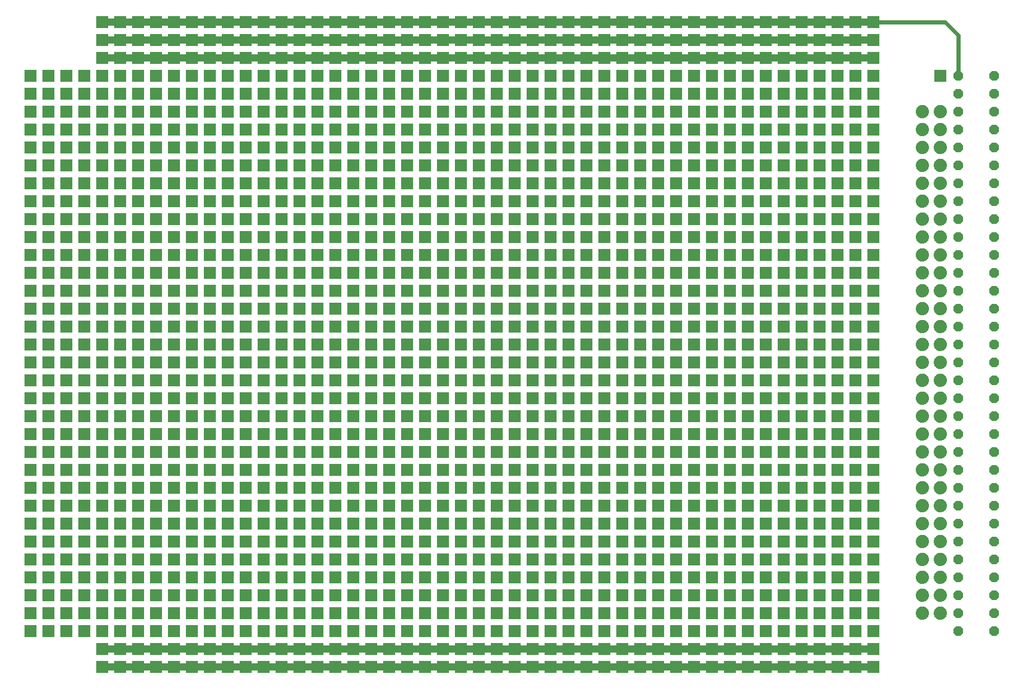
<source format=gbl>
G75*
G70*
%OFA0B0*%
%FSLAX24Y24*%
%IPPOS*%
%LPD*%
%AMOC8*
5,1,8,0,0,1.08239X$1,22.5*
%
%ADD10OC8,0.0560*%
%ADD11C,0.0740*%
%ADD12R,0.0650X0.0650*%
%ADD13C,0.0400*%
%ADD14C,0.0240*%
D10*
X053930Y004290D03*
X053930Y004290D03*
X053930Y005290D03*
X053930Y005290D03*
X053930Y006290D03*
X053930Y006290D03*
X053930Y007290D03*
X053930Y007290D03*
X053930Y008290D03*
X053930Y008290D03*
X053930Y009290D03*
X053930Y009290D03*
X053930Y010290D03*
X053930Y010290D03*
X053930Y011290D03*
X053930Y011290D03*
X053930Y012290D03*
X053930Y012290D03*
X053930Y013290D03*
X053930Y013290D03*
X053930Y014290D03*
X053930Y014290D03*
X053930Y015290D03*
X053930Y015290D03*
X053930Y016290D03*
X053930Y016290D03*
X053930Y017290D03*
X053930Y017290D03*
X053930Y018290D03*
X053930Y018290D03*
X053930Y019290D03*
X053930Y019290D03*
X053930Y020290D03*
X053930Y020290D03*
X053930Y021290D03*
X053930Y021290D03*
X053930Y022290D03*
X053930Y022290D03*
X053930Y023290D03*
X053930Y023290D03*
X053930Y024290D03*
X053930Y024290D03*
X053930Y025290D03*
X053930Y025290D03*
X053930Y026290D03*
X053930Y026290D03*
X053930Y027290D03*
X053930Y027290D03*
X053930Y028290D03*
X053930Y028290D03*
X053930Y029290D03*
X053930Y029290D03*
X053930Y030290D03*
X053930Y030290D03*
X053930Y031290D03*
X053930Y031290D03*
X053930Y032290D03*
X053930Y032290D03*
X053930Y033290D03*
X053930Y033290D03*
X053930Y034290D03*
X053930Y034290D03*
X053930Y035290D03*
X053930Y035290D03*
X055930Y035290D03*
X055930Y035290D03*
X055930Y034290D03*
X055930Y034290D03*
X055930Y033290D03*
X055930Y033290D03*
X055930Y032290D03*
X055930Y032290D03*
X055930Y031290D03*
X055930Y031290D03*
X055930Y030290D03*
X055930Y030290D03*
X055930Y029290D03*
X055930Y029290D03*
X055930Y028290D03*
X055930Y028290D03*
X055930Y027290D03*
X055930Y027290D03*
X055930Y026290D03*
X055930Y026290D03*
X055930Y025290D03*
X055930Y025290D03*
X055930Y024290D03*
X055930Y024290D03*
X055930Y023290D03*
X055930Y023290D03*
X055930Y022290D03*
X055930Y022290D03*
X055930Y021290D03*
X055930Y021290D03*
X055930Y020290D03*
X055930Y020290D03*
X055930Y019290D03*
X055930Y019290D03*
X055930Y018290D03*
X055930Y018290D03*
X055930Y017290D03*
X055930Y017290D03*
X055930Y016290D03*
X055930Y016290D03*
X055930Y015290D03*
X055930Y015290D03*
X055930Y014290D03*
X055930Y014290D03*
X055930Y013290D03*
X055930Y013290D03*
X055930Y012290D03*
X055930Y012290D03*
X055930Y011290D03*
X055930Y011290D03*
X055930Y010290D03*
X055930Y010290D03*
X055930Y009290D03*
X055930Y009290D03*
X055930Y008290D03*
X055930Y008290D03*
X055930Y007290D03*
X055930Y007290D03*
X055930Y006290D03*
X055930Y006290D03*
X055930Y005290D03*
X055930Y005290D03*
X055930Y004290D03*
X055930Y004290D03*
D11*
X052930Y005290D03*
X051930Y005290D03*
X051930Y006290D03*
X052930Y006290D03*
X052930Y007290D03*
X051930Y007290D03*
X051930Y008290D03*
X052930Y008290D03*
X052930Y009290D03*
X051930Y009290D03*
X051930Y010290D03*
X052930Y010290D03*
X052930Y011290D03*
X051930Y011290D03*
X051930Y012290D03*
X052930Y012290D03*
X052930Y013290D03*
X051930Y013290D03*
X051930Y014290D03*
X052930Y014290D03*
X052930Y015290D03*
X051930Y015290D03*
X051930Y016290D03*
X052930Y016290D03*
X052930Y017290D03*
X051930Y017290D03*
X051930Y018290D03*
X052930Y018290D03*
X052930Y019290D03*
X051930Y019290D03*
X051930Y020290D03*
X052930Y020290D03*
X052930Y021290D03*
X051930Y021290D03*
X051930Y022290D03*
X052930Y022290D03*
X052930Y023290D03*
X051930Y023290D03*
X051930Y024290D03*
X052930Y024290D03*
X052930Y025290D03*
X051930Y025290D03*
X051930Y026290D03*
X052930Y026290D03*
X052930Y027290D03*
X051930Y027290D03*
X051930Y028290D03*
X052930Y028290D03*
X052930Y029290D03*
X051930Y029290D03*
X051930Y030290D03*
X052930Y030290D03*
X052930Y031290D03*
X051930Y031290D03*
X051930Y032290D03*
X052930Y032290D03*
X052930Y033290D03*
X051930Y033290D03*
D12*
X002180Y004290D03*
X003180Y004290D03*
X004180Y004290D03*
X005180Y004290D03*
X006180Y004290D03*
X007180Y004290D03*
X007180Y003290D03*
X006180Y003290D03*
X006180Y003290D03*
X006180Y002290D03*
X006180Y002290D03*
X007180Y002290D03*
X008180Y002290D03*
X009180Y002290D03*
X010180Y002290D03*
X011180Y002290D03*
X012180Y002290D03*
X013180Y002290D03*
X014180Y002290D03*
X015180Y002290D03*
X016180Y002290D03*
X017180Y002290D03*
X018180Y002290D03*
X019180Y002290D03*
X020180Y002290D03*
X021180Y002290D03*
X022180Y002290D03*
X023180Y002290D03*
X024180Y002290D03*
X025180Y002290D03*
X026180Y002290D03*
X027180Y002290D03*
X028180Y002290D03*
X029180Y002290D03*
X030180Y002290D03*
X031180Y002290D03*
X032180Y002290D03*
X033180Y002290D03*
X034180Y002290D03*
X035180Y002290D03*
X036180Y002290D03*
X037180Y002290D03*
X038180Y002290D03*
X039180Y002290D03*
X040180Y002290D03*
X041180Y002290D03*
X042180Y002290D03*
X043180Y002290D03*
X044180Y002290D03*
X045180Y002290D03*
X046180Y002290D03*
X047180Y002290D03*
X048180Y002290D03*
X049180Y002290D03*
X049180Y002290D03*
X049180Y003290D03*
X049180Y003290D03*
X049180Y004290D03*
X049180Y004290D03*
X048180Y004290D03*
X047180Y004290D03*
X047180Y003290D03*
X048180Y003290D03*
X046180Y003290D03*
X046180Y004290D03*
X045180Y004290D03*
X044180Y004290D03*
X044180Y003290D03*
X045180Y003290D03*
X043180Y003290D03*
X042180Y003290D03*
X042180Y004290D03*
X043180Y004290D03*
X043180Y005290D03*
X042180Y005290D03*
X042180Y006290D03*
X043180Y006290D03*
X044180Y006290D03*
X045180Y006290D03*
X045180Y005290D03*
X044180Y005290D03*
X046180Y005290D03*
X046180Y006290D03*
X047180Y006290D03*
X048180Y006290D03*
X048180Y005290D03*
X047180Y005290D03*
X049180Y005290D03*
X049180Y005290D03*
X049180Y006290D03*
X049180Y006290D03*
X049180Y007290D03*
X049180Y007290D03*
X049180Y008290D03*
X049180Y008290D03*
X048180Y008290D03*
X047180Y008290D03*
X047180Y007290D03*
X048180Y007290D03*
X046180Y007290D03*
X046180Y008290D03*
X045180Y008290D03*
X044180Y008290D03*
X044180Y007290D03*
X045180Y007290D03*
X043180Y007290D03*
X042180Y007290D03*
X042180Y008290D03*
X043180Y008290D03*
X043180Y009290D03*
X042180Y009290D03*
X042180Y010290D03*
X043180Y010290D03*
X044180Y010290D03*
X045180Y010290D03*
X045180Y009290D03*
X044180Y009290D03*
X046180Y009290D03*
X046180Y010290D03*
X047180Y010290D03*
X048180Y010290D03*
X048180Y009290D03*
X047180Y009290D03*
X049180Y009290D03*
X049180Y009290D03*
X049180Y010290D03*
X049180Y010290D03*
X049180Y011290D03*
X049180Y011290D03*
X048180Y011290D03*
X047180Y011290D03*
X046180Y011290D03*
X045180Y011290D03*
X044180Y011290D03*
X043180Y011290D03*
X042180Y011290D03*
X041180Y011290D03*
X040180Y011290D03*
X039180Y011290D03*
X038180Y011290D03*
X037180Y011290D03*
X036180Y011290D03*
X035180Y011290D03*
X034180Y011290D03*
X033180Y011290D03*
X032180Y011290D03*
X031180Y011290D03*
X030180Y011290D03*
X029180Y011290D03*
X028180Y011290D03*
X027180Y011290D03*
X026180Y011290D03*
X025180Y011290D03*
X024180Y011290D03*
X023180Y011290D03*
X022180Y011290D03*
X021180Y011290D03*
X020180Y011290D03*
X019180Y011290D03*
X018180Y011290D03*
X017180Y011290D03*
X016180Y011290D03*
X015180Y011290D03*
X014180Y011290D03*
X013180Y011290D03*
X012180Y011290D03*
X011180Y011290D03*
X010180Y011290D03*
X009180Y011290D03*
X008180Y011290D03*
X007180Y011290D03*
X006180Y011290D03*
X005180Y011290D03*
X004180Y011290D03*
X003180Y011290D03*
X002180Y011290D03*
X002180Y010290D03*
X002180Y009290D03*
X003180Y009290D03*
X004180Y009290D03*
X004180Y010290D03*
X003180Y010290D03*
X005180Y010290D03*
X005180Y009290D03*
X006180Y009290D03*
X007180Y009290D03*
X007180Y010290D03*
X006180Y010290D03*
X008180Y010290D03*
X008180Y009290D03*
X009180Y009290D03*
X010180Y009290D03*
X010180Y010290D03*
X009180Y010290D03*
X011180Y010290D03*
X012180Y010290D03*
X012180Y009290D03*
X011180Y009290D03*
X011180Y008290D03*
X012180Y008290D03*
X012180Y007290D03*
X011180Y007290D03*
X010180Y007290D03*
X009180Y007290D03*
X009180Y008290D03*
X010180Y008290D03*
X008180Y008290D03*
X008180Y007290D03*
X007180Y007290D03*
X006180Y007290D03*
X006180Y008290D03*
X007180Y008290D03*
X005180Y008290D03*
X005180Y007290D03*
X004180Y007290D03*
X003180Y007290D03*
X003180Y008290D03*
X004180Y008290D03*
X002180Y008290D03*
X002180Y007290D03*
X002180Y006290D03*
X002180Y005290D03*
X003180Y005290D03*
X004180Y005290D03*
X004180Y006290D03*
X003180Y006290D03*
X005180Y006290D03*
X005180Y005290D03*
X006180Y005290D03*
X007180Y005290D03*
X007180Y006290D03*
X006180Y006290D03*
X008180Y006290D03*
X008180Y005290D03*
X009180Y005290D03*
X010180Y005290D03*
X010180Y006290D03*
X009180Y006290D03*
X011180Y006290D03*
X012180Y006290D03*
X012180Y005290D03*
X011180Y005290D03*
X011180Y004290D03*
X012180Y004290D03*
X012180Y003290D03*
X011180Y003290D03*
X010180Y003290D03*
X009180Y003290D03*
X009180Y004290D03*
X010180Y004290D03*
X008180Y004290D03*
X008180Y003290D03*
X013180Y003290D03*
X013180Y004290D03*
X014180Y004290D03*
X015180Y004290D03*
X015180Y003290D03*
X014180Y003290D03*
X016180Y003290D03*
X016180Y004290D03*
X017180Y004290D03*
X018180Y004290D03*
X018180Y003290D03*
X017180Y003290D03*
X019180Y003290D03*
X019180Y004290D03*
X020180Y004290D03*
X021180Y004290D03*
X021180Y003290D03*
X020180Y003290D03*
X022180Y003290D03*
X023180Y003290D03*
X023180Y004290D03*
X022180Y004290D03*
X022180Y005290D03*
X023180Y005290D03*
X023180Y006290D03*
X022180Y006290D03*
X021180Y006290D03*
X020180Y006290D03*
X020180Y005290D03*
X021180Y005290D03*
X019180Y005290D03*
X019180Y006290D03*
X018180Y006290D03*
X017180Y006290D03*
X017180Y005290D03*
X018180Y005290D03*
X016180Y005290D03*
X016180Y006290D03*
X015180Y006290D03*
X014180Y006290D03*
X014180Y005290D03*
X015180Y005290D03*
X013180Y005290D03*
X013180Y006290D03*
X013180Y007290D03*
X013180Y008290D03*
X014180Y008290D03*
X015180Y008290D03*
X015180Y007290D03*
X014180Y007290D03*
X016180Y007290D03*
X016180Y008290D03*
X017180Y008290D03*
X018180Y008290D03*
X018180Y007290D03*
X017180Y007290D03*
X019180Y007290D03*
X019180Y008290D03*
X020180Y008290D03*
X021180Y008290D03*
X021180Y007290D03*
X020180Y007290D03*
X022180Y007290D03*
X023180Y007290D03*
X023180Y008290D03*
X022180Y008290D03*
X022180Y009290D03*
X023180Y009290D03*
X023180Y010290D03*
X022180Y010290D03*
X021180Y010290D03*
X020180Y010290D03*
X020180Y009290D03*
X021180Y009290D03*
X019180Y009290D03*
X019180Y010290D03*
X018180Y010290D03*
X017180Y010290D03*
X017180Y009290D03*
X018180Y009290D03*
X016180Y009290D03*
X016180Y010290D03*
X015180Y010290D03*
X014180Y010290D03*
X014180Y009290D03*
X015180Y009290D03*
X013180Y009290D03*
X013180Y010290D03*
X013180Y012290D03*
X013180Y013290D03*
X012180Y013290D03*
X011180Y013290D03*
X011180Y012290D03*
X012180Y012290D03*
X010180Y012290D03*
X009180Y012290D03*
X009180Y013290D03*
X010180Y013290D03*
X010180Y014290D03*
X009180Y014290D03*
X009180Y015290D03*
X010180Y015290D03*
X011180Y015290D03*
X012180Y015290D03*
X012180Y014290D03*
X011180Y014290D03*
X013180Y014290D03*
X013180Y015290D03*
X014180Y015290D03*
X015180Y015290D03*
X015180Y014290D03*
X014180Y014290D03*
X014180Y013290D03*
X015180Y013290D03*
X015180Y012290D03*
X014180Y012290D03*
X016180Y012290D03*
X016180Y013290D03*
X017180Y013290D03*
X018180Y013290D03*
X018180Y012290D03*
X017180Y012290D03*
X019180Y012290D03*
X019180Y013290D03*
X020180Y013290D03*
X021180Y013290D03*
X021180Y012290D03*
X020180Y012290D03*
X022180Y012290D03*
X023180Y012290D03*
X023180Y013290D03*
X022180Y013290D03*
X022180Y014290D03*
X023180Y014290D03*
X023180Y015290D03*
X022180Y015290D03*
X021180Y015290D03*
X020180Y015290D03*
X020180Y014290D03*
X021180Y014290D03*
X019180Y014290D03*
X019180Y015290D03*
X018180Y015290D03*
X017180Y015290D03*
X017180Y014290D03*
X018180Y014290D03*
X016180Y014290D03*
X016180Y015290D03*
X016180Y016290D03*
X016180Y017290D03*
X015180Y017290D03*
X014180Y017290D03*
X014180Y016290D03*
X015180Y016290D03*
X013180Y016290D03*
X013180Y017290D03*
X012180Y017290D03*
X011180Y017290D03*
X011180Y016290D03*
X012180Y016290D03*
X010180Y016290D03*
X009180Y016290D03*
X009180Y017290D03*
X010180Y017290D03*
X010180Y018290D03*
X009180Y018290D03*
X009180Y019290D03*
X010180Y019290D03*
X011180Y019290D03*
X012180Y019290D03*
X012180Y018290D03*
X011180Y018290D03*
X013180Y018290D03*
X013180Y019290D03*
X014180Y019290D03*
X015180Y019290D03*
X015180Y018290D03*
X014180Y018290D03*
X016180Y018290D03*
X016180Y019290D03*
X017180Y019290D03*
X018180Y019290D03*
X018180Y018290D03*
X017180Y018290D03*
X017180Y017290D03*
X018180Y017290D03*
X018180Y016290D03*
X017180Y016290D03*
X019180Y016290D03*
X019180Y017290D03*
X020180Y017290D03*
X021180Y017290D03*
X021180Y016290D03*
X020180Y016290D03*
X022180Y016290D03*
X023180Y016290D03*
X023180Y017290D03*
X022180Y017290D03*
X022180Y018290D03*
X023180Y018290D03*
X023180Y019290D03*
X022180Y019290D03*
X021180Y019290D03*
X020180Y019290D03*
X020180Y018290D03*
X021180Y018290D03*
X019180Y018290D03*
X019180Y019290D03*
X019180Y020290D03*
X019180Y021290D03*
X018180Y021290D03*
X017180Y021290D03*
X017180Y020290D03*
X018180Y020290D03*
X016180Y020290D03*
X016180Y021290D03*
X015180Y021290D03*
X014180Y021290D03*
X014180Y020290D03*
X015180Y020290D03*
X013180Y020290D03*
X013180Y021290D03*
X012180Y021290D03*
X011180Y021290D03*
X011180Y020290D03*
X012180Y020290D03*
X010180Y020290D03*
X009180Y020290D03*
X009180Y021290D03*
X010180Y021290D03*
X010180Y022290D03*
X009180Y022290D03*
X009180Y023290D03*
X010180Y023290D03*
X011180Y023290D03*
X012180Y023290D03*
X012180Y022290D03*
X011180Y022290D03*
X013180Y022290D03*
X013180Y023290D03*
X014180Y023290D03*
X015180Y023290D03*
X015180Y022290D03*
X014180Y022290D03*
X016180Y022290D03*
X016180Y023290D03*
X017180Y023290D03*
X018180Y023290D03*
X018180Y022290D03*
X017180Y022290D03*
X019180Y022290D03*
X019180Y023290D03*
X020180Y023290D03*
X021180Y023290D03*
X021180Y022290D03*
X020180Y022290D03*
X020180Y021290D03*
X021180Y021290D03*
X021180Y020290D03*
X020180Y020290D03*
X022180Y020290D03*
X023180Y020290D03*
X023180Y021290D03*
X022180Y021290D03*
X022180Y022290D03*
X023180Y022290D03*
X023180Y023290D03*
X022180Y023290D03*
X022180Y024290D03*
X023180Y024290D03*
X023180Y025290D03*
X022180Y025290D03*
X021180Y025290D03*
X020180Y025290D03*
X020180Y024290D03*
X021180Y024290D03*
X019180Y024290D03*
X019180Y025290D03*
X018180Y025290D03*
X017180Y025290D03*
X017180Y024290D03*
X018180Y024290D03*
X016180Y024290D03*
X016180Y025290D03*
X015180Y025290D03*
X014180Y025290D03*
X014180Y024290D03*
X015180Y024290D03*
X013180Y024290D03*
X013180Y025290D03*
X012180Y025290D03*
X011180Y025290D03*
X011180Y024290D03*
X012180Y024290D03*
X010180Y024290D03*
X009180Y024290D03*
X009180Y025290D03*
X010180Y025290D03*
X010180Y026290D03*
X009180Y026290D03*
X009180Y027290D03*
X010180Y027290D03*
X011180Y027290D03*
X012180Y027290D03*
X012180Y026290D03*
X011180Y026290D03*
X013180Y026290D03*
X013180Y027290D03*
X014180Y027290D03*
X015180Y027290D03*
X015180Y026290D03*
X014180Y026290D03*
X016180Y026290D03*
X016180Y027290D03*
X017180Y027290D03*
X018180Y027290D03*
X018180Y026290D03*
X017180Y026290D03*
X019180Y026290D03*
X019180Y027290D03*
X020180Y027290D03*
X021180Y027290D03*
X021180Y026290D03*
X020180Y026290D03*
X022180Y026290D03*
X023180Y026290D03*
X023180Y027290D03*
X022180Y027290D03*
X022180Y028290D03*
X023180Y028290D03*
X024180Y028290D03*
X025180Y028290D03*
X026180Y028290D03*
X027180Y028290D03*
X028180Y028290D03*
X029180Y028290D03*
X030180Y028290D03*
X031180Y028290D03*
X032180Y028290D03*
X033180Y028290D03*
X034180Y028290D03*
X035180Y028290D03*
X036180Y028290D03*
X037180Y028290D03*
X038180Y028290D03*
X039180Y028290D03*
X040180Y028290D03*
X041180Y028290D03*
X042180Y028290D03*
X043180Y028290D03*
X044180Y028290D03*
X045180Y028290D03*
X046180Y028290D03*
X047180Y028290D03*
X048180Y028290D03*
X049180Y028290D03*
X049180Y028290D03*
X049180Y027290D03*
X049180Y027290D03*
X049180Y026290D03*
X049180Y026290D03*
X048180Y026290D03*
X047180Y026290D03*
X047180Y027290D03*
X048180Y027290D03*
X046180Y027290D03*
X046180Y026290D03*
X045180Y026290D03*
X044180Y026290D03*
X044180Y027290D03*
X045180Y027290D03*
X043180Y027290D03*
X042180Y027290D03*
X042180Y026290D03*
X043180Y026290D03*
X043180Y025290D03*
X042180Y025290D03*
X042180Y024290D03*
X043180Y024290D03*
X044180Y024290D03*
X045180Y024290D03*
X045180Y025290D03*
X044180Y025290D03*
X046180Y025290D03*
X046180Y024290D03*
X047180Y024290D03*
X048180Y024290D03*
X048180Y025290D03*
X047180Y025290D03*
X049180Y025290D03*
X049180Y025290D03*
X049180Y024290D03*
X049180Y024290D03*
X049180Y023290D03*
X049180Y023290D03*
X049180Y022290D03*
X049180Y022290D03*
X048180Y022290D03*
X047180Y022290D03*
X047180Y023290D03*
X048180Y023290D03*
X046180Y023290D03*
X046180Y022290D03*
X045180Y022290D03*
X044180Y022290D03*
X044180Y023290D03*
X045180Y023290D03*
X043180Y023290D03*
X042180Y023290D03*
X042180Y022290D03*
X043180Y022290D03*
X043180Y021290D03*
X042180Y021290D03*
X042180Y020290D03*
X043180Y020290D03*
X044180Y020290D03*
X045180Y020290D03*
X045180Y021290D03*
X044180Y021290D03*
X046180Y021290D03*
X046180Y020290D03*
X047180Y020290D03*
X048180Y020290D03*
X048180Y021290D03*
X047180Y021290D03*
X049180Y021290D03*
X049180Y021290D03*
X049180Y020290D03*
X049180Y020290D03*
X049180Y019290D03*
X049180Y019290D03*
X049180Y018290D03*
X049180Y018290D03*
X048180Y018290D03*
X047180Y018290D03*
X047180Y019290D03*
X048180Y019290D03*
X046180Y019290D03*
X046180Y018290D03*
X045180Y018290D03*
X044180Y018290D03*
X044180Y019290D03*
X045180Y019290D03*
X043180Y019290D03*
X042180Y019290D03*
X042180Y018290D03*
X043180Y018290D03*
X043180Y017290D03*
X042180Y017290D03*
X042180Y016290D03*
X043180Y016290D03*
X044180Y016290D03*
X045180Y016290D03*
X045180Y017290D03*
X044180Y017290D03*
X046180Y017290D03*
X046180Y016290D03*
X047180Y016290D03*
X048180Y016290D03*
X048180Y017290D03*
X047180Y017290D03*
X049180Y017290D03*
X049180Y017290D03*
X049180Y016290D03*
X049180Y016290D03*
X049180Y015290D03*
X049180Y015290D03*
X049180Y014290D03*
X049180Y014290D03*
X048180Y014290D03*
X047180Y014290D03*
X047180Y015290D03*
X048180Y015290D03*
X046180Y015290D03*
X046180Y014290D03*
X045180Y014290D03*
X044180Y014290D03*
X044180Y015290D03*
X045180Y015290D03*
X043180Y015290D03*
X042180Y015290D03*
X042180Y014290D03*
X043180Y014290D03*
X043180Y013290D03*
X042180Y013290D03*
X042180Y012290D03*
X043180Y012290D03*
X044180Y012290D03*
X045180Y012290D03*
X045180Y013290D03*
X044180Y013290D03*
X046180Y013290D03*
X046180Y012290D03*
X047180Y012290D03*
X048180Y012290D03*
X048180Y013290D03*
X047180Y013290D03*
X049180Y013290D03*
X049180Y013290D03*
X049180Y012290D03*
X049180Y012290D03*
X041180Y012290D03*
X041180Y013290D03*
X040180Y013290D03*
X039180Y013290D03*
X039180Y012290D03*
X040180Y012290D03*
X038180Y012290D03*
X038180Y013290D03*
X037180Y013290D03*
X036180Y013290D03*
X036180Y012290D03*
X037180Y012290D03*
X035180Y012290D03*
X035180Y013290D03*
X034180Y013290D03*
X033180Y013290D03*
X033180Y012290D03*
X034180Y012290D03*
X032180Y012290D03*
X031180Y012290D03*
X031180Y013290D03*
X032180Y013290D03*
X032180Y014290D03*
X031180Y014290D03*
X031180Y015290D03*
X032180Y015290D03*
X033180Y015290D03*
X034180Y015290D03*
X034180Y014290D03*
X033180Y014290D03*
X035180Y014290D03*
X035180Y015290D03*
X036180Y015290D03*
X037180Y015290D03*
X037180Y014290D03*
X036180Y014290D03*
X038180Y014290D03*
X038180Y015290D03*
X039180Y015290D03*
X040180Y015290D03*
X040180Y014290D03*
X039180Y014290D03*
X041180Y014290D03*
X041180Y015290D03*
X041180Y016290D03*
X041180Y017290D03*
X040180Y017290D03*
X039180Y017290D03*
X039180Y016290D03*
X040180Y016290D03*
X038180Y016290D03*
X038180Y017290D03*
X037180Y017290D03*
X036180Y017290D03*
X036180Y016290D03*
X037180Y016290D03*
X035180Y016290D03*
X035180Y017290D03*
X034180Y017290D03*
X033180Y017290D03*
X033180Y016290D03*
X034180Y016290D03*
X032180Y016290D03*
X031180Y016290D03*
X031180Y017290D03*
X032180Y017290D03*
X032180Y018290D03*
X031180Y018290D03*
X031180Y019290D03*
X032180Y019290D03*
X033180Y019290D03*
X034180Y019290D03*
X034180Y018290D03*
X033180Y018290D03*
X035180Y018290D03*
X035180Y019290D03*
X036180Y019290D03*
X037180Y019290D03*
X037180Y018290D03*
X036180Y018290D03*
X038180Y018290D03*
X038180Y019290D03*
X039180Y019290D03*
X040180Y019290D03*
X040180Y018290D03*
X039180Y018290D03*
X041180Y018290D03*
X041180Y019290D03*
X041180Y020290D03*
X041180Y021290D03*
X040180Y021290D03*
X039180Y021290D03*
X039180Y020290D03*
X040180Y020290D03*
X038180Y020290D03*
X038180Y021290D03*
X037180Y021290D03*
X036180Y021290D03*
X036180Y020290D03*
X037180Y020290D03*
X035180Y020290D03*
X035180Y021290D03*
X034180Y021290D03*
X033180Y021290D03*
X033180Y020290D03*
X034180Y020290D03*
X032180Y020290D03*
X031180Y020290D03*
X031180Y021290D03*
X032180Y021290D03*
X032180Y022290D03*
X031180Y022290D03*
X031180Y023290D03*
X032180Y023290D03*
X033180Y023290D03*
X034180Y023290D03*
X034180Y022290D03*
X033180Y022290D03*
X035180Y022290D03*
X035180Y023290D03*
X036180Y023290D03*
X037180Y023290D03*
X037180Y022290D03*
X036180Y022290D03*
X038180Y022290D03*
X038180Y023290D03*
X039180Y023290D03*
X040180Y023290D03*
X040180Y022290D03*
X039180Y022290D03*
X041180Y022290D03*
X041180Y023290D03*
X041180Y024290D03*
X041180Y025290D03*
X040180Y025290D03*
X039180Y025290D03*
X039180Y024290D03*
X040180Y024290D03*
X038180Y024290D03*
X038180Y025290D03*
X037180Y025290D03*
X036180Y025290D03*
X036180Y024290D03*
X037180Y024290D03*
X035180Y024290D03*
X035180Y025290D03*
X034180Y025290D03*
X033180Y025290D03*
X033180Y024290D03*
X034180Y024290D03*
X032180Y024290D03*
X031180Y024290D03*
X031180Y025290D03*
X032180Y025290D03*
X032180Y026290D03*
X031180Y026290D03*
X031180Y027290D03*
X032180Y027290D03*
X033180Y027290D03*
X034180Y027290D03*
X034180Y026290D03*
X033180Y026290D03*
X035180Y026290D03*
X035180Y027290D03*
X036180Y027290D03*
X037180Y027290D03*
X037180Y026290D03*
X036180Y026290D03*
X038180Y026290D03*
X038180Y027290D03*
X039180Y027290D03*
X040180Y027290D03*
X040180Y026290D03*
X039180Y026290D03*
X041180Y026290D03*
X041180Y027290D03*
X041180Y029290D03*
X041180Y030290D03*
X040180Y030290D03*
X039180Y030290D03*
X039180Y029290D03*
X040180Y029290D03*
X038180Y029290D03*
X038180Y030290D03*
X037180Y030290D03*
X036180Y030290D03*
X036180Y029290D03*
X037180Y029290D03*
X035180Y029290D03*
X035180Y030290D03*
X034180Y030290D03*
X033180Y030290D03*
X033180Y029290D03*
X034180Y029290D03*
X032180Y029290D03*
X031180Y029290D03*
X031180Y030290D03*
X032180Y030290D03*
X032180Y031290D03*
X031180Y031290D03*
X031180Y032290D03*
X032180Y032290D03*
X033180Y032290D03*
X034180Y032290D03*
X034180Y031290D03*
X033180Y031290D03*
X035180Y031290D03*
X035180Y032290D03*
X036180Y032290D03*
X037180Y032290D03*
X037180Y031290D03*
X036180Y031290D03*
X038180Y031290D03*
X038180Y032290D03*
X039180Y032290D03*
X040180Y032290D03*
X040180Y031290D03*
X039180Y031290D03*
X041180Y031290D03*
X041180Y032290D03*
X042180Y032290D03*
X043180Y032290D03*
X043180Y031290D03*
X042180Y031290D03*
X042180Y030290D03*
X043180Y030290D03*
X043180Y029290D03*
X042180Y029290D03*
X044180Y029290D03*
X045180Y029290D03*
X045180Y030290D03*
X044180Y030290D03*
X044180Y031290D03*
X045180Y031290D03*
X045180Y032290D03*
X044180Y032290D03*
X044180Y033290D03*
X045180Y033290D03*
X045180Y034290D03*
X044180Y034290D03*
X043180Y034290D03*
X042180Y034290D03*
X042180Y033290D03*
X043180Y033290D03*
X041180Y033290D03*
X041180Y034290D03*
X040180Y034290D03*
X039180Y034290D03*
X039180Y033290D03*
X040180Y033290D03*
X038180Y033290D03*
X038180Y034290D03*
X037180Y034290D03*
X036180Y034290D03*
X036180Y033290D03*
X037180Y033290D03*
X035180Y033290D03*
X035180Y034290D03*
X034180Y034290D03*
X033180Y034290D03*
X033180Y033290D03*
X034180Y033290D03*
X032180Y033290D03*
X031180Y033290D03*
X031180Y034290D03*
X032180Y034290D03*
X032180Y035290D03*
X031180Y035290D03*
X031180Y036290D03*
X032180Y036290D03*
X033180Y036290D03*
X034180Y036290D03*
X034180Y035290D03*
X033180Y035290D03*
X035180Y035290D03*
X035180Y036290D03*
X036180Y036290D03*
X037180Y036290D03*
X037180Y035290D03*
X036180Y035290D03*
X038180Y035290D03*
X038180Y036290D03*
X039180Y036290D03*
X040180Y036290D03*
X040180Y035290D03*
X039180Y035290D03*
X041180Y035290D03*
X041180Y036290D03*
X042180Y036290D03*
X043180Y036290D03*
X043180Y035290D03*
X042180Y035290D03*
X044180Y035290D03*
X045180Y035290D03*
X045180Y036290D03*
X044180Y036290D03*
X044180Y037290D03*
X045180Y037290D03*
X045180Y038290D03*
X044180Y038290D03*
X043180Y038290D03*
X042180Y038290D03*
X042180Y037290D03*
X043180Y037290D03*
X041180Y037290D03*
X041180Y038290D03*
X040180Y038290D03*
X039180Y038290D03*
X039180Y037290D03*
X040180Y037290D03*
X038180Y037290D03*
X038180Y038290D03*
X037180Y038290D03*
X036180Y038290D03*
X036180Y037290D03*
X037180Y037290D03*
X035180Y037290D03*
X035180Y038290D03*
X034180Y038290D03*
X033180Y038290D03*
X033180Y037290D03*
X034180Y037290D03*
X032180Y037290D03*
X031180Y037290D03*
X031180Y038290D03*
X032180Y038290D03*
X030180Y038290D03*
X030180Y037290D03*
X029180Y037290D03*
X028180Y037290D03*
X028180Y038290D03*
X029180Y038290D03*
X027180Y038290D03*
X027180Y037290D03*
X026180Y037290D03*
X025180Y037290D03*
X025180Y038290D03*
X026180Y038290D03*
X024180Y038290D03*
X024180Y037290D03*
X023180Y037290D03*
X022180Y037290D03*
X022180Y038290D03*
X023180Y038290D03*
X021180Y038290D03*
X020180Y038290D03*
X020180Y037290D03*
X021180Y037290D03*
X021180Y036290D03*
X020180Y036290D03*
X020180Y035290D03*
X021180Y035290D03*
X022180Y035290D03*
X023180Y035290D03*
X023180Y036290D03*
X022180Y036290D03*
X024180Y036290D03*
X024180Y035290D03*
X025180Y035290D03*
X026180Y035290D03*
X026180Y036290D03*
X025180Y036290D03*
X027180Y036290D03*
X027180Y035290D03*
X028180Y035290D03*
X029180Y035290D03*
X029180Y036290D03*
X028180Y036290D03*
X030180Y036290D03*
X030180Y035290D03*
X030180Y034290D03*
X030180Y033290D03*
X029180Y033290D03*
X028180Y033290D03*
X028180Y034290D03*
X029180Y034290D03*
X027180Y034290D03*
X027180Y033290D03*
X026180Y033290D03*
X025180Y033290D03*
X025180Y034290D03*
X026180Y034290D03*
X024180Y034290D03*
X024180Y033290D03*
X023180Y033290D03*
X022180Y033290D03*
X022180Y034290D03*
X023180Y034290D03*
X021180Y034290D03*
X020180Y034290D03*
X020180Y033290D03*
X021180Y033290D03*
X021180Y032290D03*
X020180Y032290D03*
X020180Y031290D03*
X021180Y031290D03*
X022180Y031290D03*
X023180Y031290D03*
X023180Y032290D03*
X022180Y032290D03*
X024180Y032290D03*
X024180Y031290D03*
X025180Y031290D03*
X026180Y031290D03*
X026180Y032290D03*
X025180Y032290D03*
X027180Y032290D03*
X027180Y031290D03*
X028180Y031290D03*
X029180Y031290D03*
X029180Y032290D03*
X028180Y032290D03*
X030180Y032290D03*
X030180Y031290D03*
X030180Y030290D03*
X030180Y029290D03*
X029180Y029290D03*
X028180Y029290D03*
X028180Y030290D03*
X029180Y030290D03*
X027180Y030290D03*
X027180Y029290D03*
X026180Y029290D03*
X025180Y029290D03*
X025180Y030290D03*
X026180Y030290D03*
X024180Y030290D03*
X024180Y029290D03*
X023180Y029290D03*
X022180Y029290D03*
X022180Y030290D03*
X023180Y030290D03*
X021180Y030290D03*
X020180Y030290D03*
X020180Y029290D03*
X021180Y029290D03*
X021180Y028290D03*
X020180Y028290D03*
X019180Y028290D03*
X018180Y028290D03*
X017180Y028290D03*
X016180Y028290D03*
X015180Y028290D03*
X014180Y028290D03*
X013180Y028290D03*
X012180Y028290D03*
X011180Y028290D03*
X010180Y028290D03*
X009180Y028290D03*
X008180Y028290D03*
X007180Y028290D03*
X006180Y028290D03*
X005180Y028290D03*
X004180Y028290D03*
X003180Y028290D03*
X002180Y028290D03*
X002180Y027290D03*
X002180Y026290D03*
X003180Y026290D03*
X004180Y026290D03*
X004180Y027290D03*
X003180Y027290D03*
X005180Y027290D03*
X005180Y026290D03*
X006180Y026290D03*
X007180Y026290D03*
X007180Y027290D03*
X006180Y027290D03*
X008180Y027290D03*
X008180Y026290D03*
X008180Y025290D03*
X008180Y024290D03*
X007180Y024290D03*
X006180Y024290D03*
X006180Y025290D03*
X007180Y025290D03*
X005180Y025290D03*
X005180Y024290D03*
X004180Y024290D03*
X003180Y024290D03*
X003180Y025290D03*
X004180Y025290D03*
X002180Y025290D03*
X002180Y024290D03*
X002180Y023290D03*
X002180Y022290D03*
X003180Y022290D03*
X004180Y022290D03*
X004180Y023290D03*
X003180Y023290D03*
X005180Y023290D03*
X005180Y022290D03*
X006180Y022290D03*
X007180Y022290D03*
X007180Y023290D03*
X006180Y023290D03*
X008180Y023290D03*
X008180Y022290D03*
X008180Y021290D03*
X008180Y020290D03*
X007180Y020290D03*
X006180Y020290D03*
X006180Y021290D03*
X007180Y021290D03*
X005180Y021290D03*
X005180Y020290D03*
X004180Y020290D03*
X003180Y020290D03*
X003180Y021290D03*
X004180Y021290D03*
X002180Y021290D03*
X002180Y020290D03*
X002180Y019290D03*
X002180Y018290D03*
X003180Y018290D03*
X004180Y018290D03*
X004180Y019290D03*
X003180Y019290D03*
X005180Y019290D03*
X005180Y018290D03*
X006180Y018290D03*
X007180Y018290D03*
X007180Y019290D03*
X006180Y019290D03*
X008180Y019290D03*
X008180Y018290D03*
X008180Y017290D03*
X008180Y016290D03*
X007180Y016290D03*
X006180Y016290D03*
X006180Y017290D03*
X007180Y017290D03*
X005180Y017290D03*
X005180Y016290D03*
X004180Y016290D03*
X003180Y016290D03*
X003180Y017290D03*
X004180Y017290D03*
X002180Y017290D03*
X002180Y016290D03*
X002180Y015290D03*
X002180Y014290D03*
X003180Y014290D03*
X004180Y014290D03*
X004180Y015290D03*
X003180Y015290D03*
X005180Y015290D03*
X005180Y014290D03*
X006180Y014290D03*
X007180Y014290D03*
X007180Y015290D03*
X006180Y015290D03*
X008180Y015290D03*
X008180Y014290D03*
X008180Y013290D03*
X008180Y012290D03*
X007180Y012290D03*
X006180Y012290D03*
X006180Y013290D03*
X007180Y013290D03*
X005180Y013290D03*
X005180Y012290D03*
X004180Y012290D03*
X003180Y012290D03*
X003180Y013290D03*
X004180Y013290D03*
X002180Y013290D03*
X002180Y012290D03*
X024180Y012290D03*
X024180Y013290D03*
X025180Y013290D03*
X026180Y013290D03*
X026180Y012290D03*
X025180Y012290D03*
X027180Y012290D03*
X027180Y013290D03*
X028180Y013290D03*
X029180Y013290D03*
X029180Y012290D03*
X028180Y012290D03*
X030180Y012290D03*
X030180Y013290D03*
X030180Y014290D03*
X030180Y015290D03*
X029180Y015290D03*
X028180Y015290D03*
X028180Y014290D03*
X029180Y014290D03*
X027180Y014290D03*
X027180Y015290D03*
X026180Y015290D03*
X025180Y015290D03*
X025180Y014290D03*
X026180Y014290D03*
X024180Y014290D03*
X024180Y015290D03*
X024180Y016290D03*
X024180Y017290D03*
X025180Y017290D03*
X026180Y017290D03*
X026180Y016290D03*
X025180Y016290D03*
X027180Y016290D03*
X027180Y017290D03*
X028180Y017290D03*
X029180Y017290D03*
X029180Y016290D03*
X028180Y016290D03*
X030180Y016290D03*
X030180Y017290D03*
X030180Y018290D03*
X030180Y019290D03*
X029180Y019290D03*
X028180Y019290D03*
X028180Y018290D03*
X029180Y018290D03*
X027180Y018290D03*
X027180Y019290D03*
X026180Y019290D03*
X025180Y019290D03*
X025180Y018290D03*
X026180Y018290D03*
X024180Y018290D03*
X024180Y019290D03*
X024180Y020290D03*
X024180Y021290D03*
X025180Y021290D03*
X026180Y021290D03*
X026180Y020290D03*
X025180Y020290D03*
X027180Y020290D03*
X027180Y021290D03*
X028180Y021290D03*
X029180Y021290D03*
X029180Y020290D03*
X028180Y020290D03*
X030180Y020290D03*
X030180Y021290D03*
X030180Y022290D03*
X030180Y023290D03*
X029180Y023290D03*
X028180Y023290D03*
X028180Y022290D03*
X029180Y022290D03*
X027180Y022290D03*
X027180Y023290D03*
X026180Y023290D03*
X025180Y023290D03*
X025180Y022290D03*
X026180Y022290D03*
X024180Y022290D03*
X024180Y023290D03*
X024180Y024290D03*
X024180Y025290D03*
X025180Y025290D03*
X026180Y025290D03*
X026180Y024290D03*
X025180Y024290D03*
X027180Y024290D03*
X027180Y025290D03*
X028180Y025290D03*
X029180Y025290D03*
X029180Y024290D03*
X028180Y024290D03*
X030180Y024290D03*
X030180Y025290D03*
X030180Y026290D03*
X030180Y027290D03*
X029180Y027290D03*
X028180Y027290D03*
X028180Y026290D03*
X029180Y026290D03*
X027180Y026290D03*
X027180Y027290D03*
X026180Y027290D03*
X025180Y027290D03*
X025180Y026290D03*
X026180Y026290D03*
X024180Y026290D03*
X024180Y027290D03*
X019180Y029290D03*
X019180Y030290D03*
X018180Y030290D03*
X017180Y030290D03*
X017180Y029290D03*
X018180Y029290D03*
X016180Y029290D03*
X016180Y030290D03*
X015180Y030290D03*
X014180Y030290D03*
X014180Y029290D03*
X015180Y029290D03*
X013180Y029290D03*
X013180Y030290D03*
X012180Y030290D03*
X011180Y030290D03*
X011180Y029290D03*
X012180Y029290D03*
X010180Y029290D03*
X009180Y029290D03*
X009180Y030290D03*
X010180Y030290D03*
X010180Y031290D03*
X009180Y031290D03*
X009180Y032290D03*
X010180Y032290D03*
X011180Y032290D03*
X012180Y032290D03*
X012180Y031290D03*
X011180Y031290D03*
X013180Y031290D03*
X013180Y032290D03*
X014180Y032290D03*
X015180Y032290D03*
X015180Y031290D03*
X014180Y031290D03*
X016180Y031290D03*
X016180Y032290D03*
X017180Y032290D03*
X018180Y032290D03*
X018180Y031290D03*
X017180Y031290D03*
X019180Y031290D03*
X019180Y032290D03*
X019180Y033290D03*
X019180Y034290D03*
X018180Y034290D03*
X017180Y034290D03*
X017180Y033290D03*
X018180Y033290D03*
X016180Y033290D03*
X016180Y034290D03*
X015180Y034290D03*
X014180Y034290D03*
X014180Y033290D03*
X015180Y033290D03*
X013180Y033290D03*
X013180Y034290D03*
X012180Y034290D03*
X011180Y034290D03*
X011180Y033290D03*
X012180Y033290D03*
X010180Y033290D03*
X009180Y033290D03*
X009180Y034290D03*
X010180Y034290D03*
X010180Y035290D03*
X009180Y035290D03*
X009180Y036290D03*
X010180Y036290D03*
X011180Y036290D03*
X012180Y036290D03*
X012180Y035290D03*
X011180Y035290D03*
X013180Y035290D03*
X013180Y036290D03*
X014180Y036290D03*
X015180Y036290D03*
X015180Y035290D03*
X014180Y035290D03*
X016180Y035290D03*
X016180Y036290D03*
X017180Y036290D03*
X018180Y036290D03*
X018180Y035290D03*
X017180Y035290D03*
X019180Y035290D03*
X019180Y036290D03*
X019180Y037290D03*
X019180Y038290D03*
X018180Y038290D03*
X017180Y038290D03*
X017180Y037290D03*
X018180Y037290D03*
X016180Y037290D03*
X016180Y038290D03*
X015180Y038290D03*
X014180Y038290D03*
X014180Y037290D03*
X015180Y037290D03*
X013180Y037290D03*
X013180Y038290D03*
X012180Y038290D03*
X011180Y038290D03*
X011180Y037290D03*
X012180Y037290D03*
X010180Y037290D03*
X009180Y037290D03*
X009180Y038290D03*
X010180Y038290D03*
X008180Y038290D03*
X008180Y037290D03*
X007180Y037290D03*
X006180Y037290D03*
X006180Y037290D03*
X006180Y038290D03*
X006180Y038290D03*
X007180Y038290D03*
X007180Y036290D03*
X006180Y036290D03*
X006180Y036290D03*
X006180Y035290D03*
X007180Y035290D03*
X008180Y035290D03*
X008180Y036290D03*
X008180Y034290D03*
X008180Y033290D03*
X007180Y033290D03*
X006180Y033290D03*
X006180Y034290D03*
X007180Y034290D03*
X005180Y034290D03*
X005180Y033290D03*
X004180Y033290D03*
X003180Y033290D03*
X003180Y034290D03*
X004180Y034290D03*
X004180Y035290D03*
X003180Y035290D03*
X002180Y035290D03*
X002180Y034290D03*
X002180Y033290D03*
X002180Y032290D03*
X002180Y031290D03*
X003180Y031290D03*
X004180Y031290D03*
X004180Y032290D03*
X003180Y032290D03*
X005180Y032290D03*
X005180Y031290D03*
X006180Y031290D03*
X007180Y031290D03*
X007180Y032290D03*
X006180Y032290D03*
X008180Y032290D03*
X008180Y031290D03*
X008180Y030290D03*
X008180Y029290D03*
X007180Y029290D03*
X006180Y029290D03*
X006180Y030290D03*
X007180Y030290D03*
X005180Y030290D03*
X005180Y029290D03*
X004180Y029290D03*
X003180Y029290D03*
X003180Y030290D03*
X004180Y030290D03*
X002180Y030290D03*
X002180Y029290D03*
X005180Y035290D03*
X024180Y010290D03*
X024180Y009290D03*
X025180Y009290D03*
X026180Y009290D03*
X026180Y010290D03*
X025180Y010290D03*
X027180Y010290D03*
X027180Y009290D03*
X028180Y009290D03*
X029180Y009290D03*
X029180Y010290D03*
X028180Y010290D03*
X030180Y010290D03*
X030180Y009290D03*
X031180Y009290D03*
X032180Y009290D03*
X032180Y010290D03*
X031180Y010290D03*
X033180Y010290D03*
X034180Y010290D03*
X034180Y009290D03*
X033180Y009290D03*
X033180Y008290D03*
X034180Y008290D03*
X034180Y007290D03*
X033180Y007290D03*
X032180Y007290D03*
X031180Y007290D03*
X031180Y008290D03*
X032180Y008290D03*
X030180Y008290D03*
X030180Y007290D03*
X029180Y007290D03*
X028180Y007290D03*
X028180Y008290D03*
X029180Y008290D03*
X027180Y008290D03*
X027180Y007290D03*
X026180Y007290D03*
X025180Y007290D03*
X025180Y008290D03*
X026180Y008290D03*
X024180Y008290D03*
X024180Y007290D03*
X024180Y006290D03*
X024180Y005290D03*
X025180Y005290D03*
X026180Y005290D03*
X026180Y006290D03*
X025180Y006290D03*
X027180Y006290D03*
X027180Y005290D03*
X028180Y005290D03*
X029180Y005290D03*
X029180Y006290D03*
X028180Y006290D03*
X030180Y006290D03*
X030180Y005290D03*
X031180Y005290D03*
X032180Y005290D03*
X032180Y006290D03*
X031180Y006290D03*
X033180Y006290D03*
X034180Y006290D03*
X034180Y005290D03*
X033180Y005290D03*
X033180Y004290D03*
X034180Y004290D03*
X034180Y003290D03*
X033180Y003290D03*
X032180Y003290D03*
X031180Y003290D03*
X031180Y004290D03*
X032180Y004290D03*
X030180Y004290D03*
X030180Y003290D03*
X029180Y003290D03*
X028180Y003290D03*
X028180Y004290D03*
X029180Y004290D03*
X027180Y004290D03*
X027180Y003290D03*
X026180Y003290D03*
X025180Y003290D03*
X025180Y004290D03*
X026180Y004290D03*
X024180Y004290D03*
X024180Y003290D03*
X035180Y003290D03*
X035180Y004290D03*
X036180Y004290D03*
X037180Y004290D03*
X037180Y003290D03*
X036180Y003290D03*
X038180Y003290D03*
X038180Y004290D03*
X039180Y004290D03*
X040180Y004290D03*
X040180Y003290D03*
X039180Y003290D03*
X041180Y003290D03*
X041180Y004290D03*
X041180Y005290D03*
X041180Y006290D03*
X040180Y006290D03*
X039180Y006290D03*
X039180Y005290D03*
X040180Y005290D03*
X038180Y005290D03*
X038180Y006290D03*
X037180Y006290D03*
X036180Y006290D03*
X036180Y005290D03*
X037180Y005290D03*
X035180Y005290D03*
X035180Y006290D03*
X035180Y007290D03*
X035180Y008290D03*
X036180Y008290D03*
X037180Y008290D03*
X037180Y007290D03*
X036180Y007290D03*
X038180Y007290D03*
X038180Y008290D03*
X039180Y008290D03*
X040180Y008290D03*
X040180Y007290D03*
X039180Y007290D03*
X041180Y007290D03*
X041180Y008290D03*
X041180Y009290D03*
X041180Y010290D03*
X040180Y010290D03*
X039180Y010290D03*
X039180Y009290D03*
X040180Y009290D03*
X038180Y009290D03*
X038180Y010290D03*
X037180Y010290D03*
X036180Y010290D03*
X036180Y009290D03*
X037180Y009290D03*
X035180Y009290D03*
X035180Y010290D03*
X046180Y029290D03*
X046180Y030290D03*
X047180Y030290D03*
X048180Y030290D03*
X048180Y029290D03*
X047180Y029290D03*
X049180Y029290D03*
X049180Y029290D03*
X049180Y030290D03*
X049180Y030290D03*
X049180Y031290D03*
X049180Y031290D03*
X049180Y032290D03*
X049180Y032290D03*
X048180Y032290D03*
X047180Y032290D03*
X047180Y031290D03*
X048180Y031290D03*
X046180Y031290D03*
X046180Y032290D03*
X046180Y033290D03*
X046180Y034290D03*
X047180Y034290D03*
X048180Y034290D03*
X048180Y033290D03*
X047180Y033290D03*
X049180Y033290D03*
X049180Y033290D03*
X049180Y034290D03*
X049180Y034290D03*
X049180Y035290D03*
X049180Y035290D03*
X049180Y036290D03*
X049180Y036290D03*
X048180Y036290D03*
X047180Y036290D03*
X047180Y035290D03*
X048180Y035290D03*
X046180Y035290D03*
X046180Y036290D03*
X046180Y037290D03*
X046180Y038290D03*
X047180Y038290D03*
X048180Y038290D03*
X048180Y037290D03*
X047180Y037290D03*
X049180Y037290D03*
X049180Y037290D03*
X049180Y038290D03*
X049180Y038290D03*
X052930Y035290D03*
D13*
X049180Y036290D02*
X006180Y036290D01*
X006180Y037290D02*
X049180Y037290D01*
X049180Y038290D02*
X006180Y038290D01*
X006180Y003290D02*
X049180Y003290D01*
X049180Y002290D02*
X006180Y002290D01*
D14*
X053930Y035290D02*
X053930Y037540D01*
X053180Y038290D01*
X049180Y038290D01*
M02*

</source>
